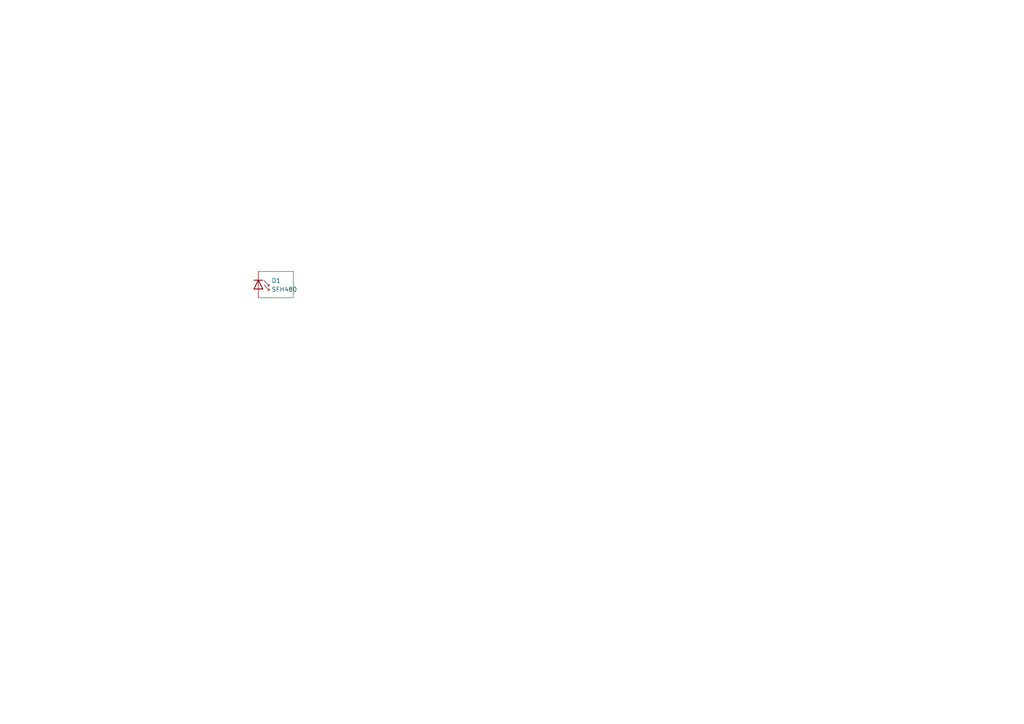
<source format=kicad_sch>
(kicad_sch (version 20231120) (generator "eeschema") (generator_version "8.0")
  (paper "A4")
  (lib_symbols
    (symbol "LED:SFH480" (pin_numbers hide) (pin_names (offset 1.016) hide)
      (property "Reference" "D" (at 0.508 1.778 0))
      (property "Value" "SFH480" (at -1.016 -2.794 0))
      (symbol "SFH480_0_1"
        (polyline (pts (xy -2.54 1.27) (xy -2.54 -1.27)) (stroke (width 0.254)))
        (polyline (pts (xy 0 0) (xy -2.54 0)))
        (polyline (pts (xy 0.381 3.175) (xy -0.127 3.175)))
        (polyline (pts (xy -1.143 1.651) (xy 0.381 3.175) (xy 0.381 2.667)))
        (polyline (pts (xy 0 1.27) (xy 0 -1.27) (xy -2.54 0) (xy 0 1.27)) (stroke (width 0.254)))
        (polyline (pts (xy -2.413 1.651) (xy -0.889 3.175) (xy -0.889 2.667) (xy -0.889 3.175) (xy -1.397 3.175)))
      )
      (symbol "SFH480_1_1"
        (pin passive line (at -5.08 0 0) (length 2.54) (name "K") (number "1"))
        (pin passive line (at 2.54 0 180) (length 2.54) (name "A") (number "2"))
      )
    )
  )
  (wire (pts (xy 74.93 78.74) (xy 85.09 78.74)))
  (wire (pts (xy 85.09 78.74) (xy 85.09 86.36)))
  (wire (pts (xy 74.93 86.36) (xy 85.09 86.36)))
  (symbol (lib_id "LED:SFH480") (at 74.93 83.82 270) (unit 1)
    (property "Reference" "D1" (at 78.74 81.4069 90) (effects (justify left)))
    (property "Value" "SFH480" (at 78.74 83.9469 90) (effects (justify left)))
    (property "Footprint" "Package_TO_SOT_THT:TO-18-2_Window" (effects (hide yes)))
    (property "Datasheet" "http://www.osram-os.com/Graphics/XPic1/00083613_0.pdf" (effects (hide yes)))
    (property "Description" "GaAlAs Infrared LED (880 nm), TO-18 package" (effects (hide yes)))
  )
)
</source>
